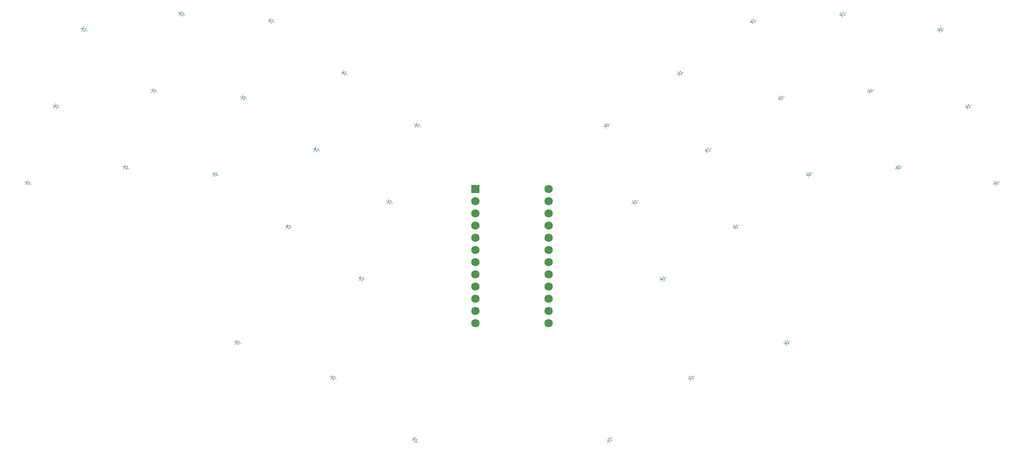
<source format=gbr>
%TF.GenerationSoftware,KiCad,Pcbnew,8.0.1*%
%TF.CreationDate,2024-04-14T13:59:04+09:00*%
%TF.ProjectId,lazyboy36,6c617a79-626f-4793-9336-2e6b69636164,v1.0.0*%
%TF.SameCoordinates,Original*%
%TF.FileFunction,Legend,Bot*%
%TF.FilePolarity,Positive*%
%FSLAX46Y46*%
G04 Gerber Fmt 4.6, Leading zero omitted, Abs format (unit mm)*
G04 Created by KiCad (PCBNEW 8.0.1) date 2024-04-14 13:59:04*
%MOMM*%
%LPD*%
G01*
G04 APERTURE LIST*
%ADD10C,0.100000*%
%ADD11R,1.752600X1.752600*%
%ADD12C,1.752600*%
G04 APERTURE END LIST*
D10*
%TO.C,D2*%
X60148555Y-118300492D02*
X60524432Y-118437300D01*
X60524432Y-118437300D02*
X60336320Y-118954133D01*
X60524432Y-118437300D02*
X60712542Y-117920470D01*
X60524432Y-118437300D02*
X61225055Y-118266635D01*
X60951439Y-119018389D02*
X60524432Y-118437300D01*
X61088250Y-118642511D02*
X61558093Y-118813522D01*
X61225055Y-118266635D02*
X60951439Y-119018389D01*
%TO.C,D19*%
X255747711Y-134788302D02*
X256123587Y-134651493D01*
X256123587Y-134651493D02*
X255935478Y-134134666D01*
X256123587Y-134651493D02*
X256311698Y-135168324D01*
X256123587Y-134651493D02*
X256550596Y-134070405D01*
X256550596Y-134070405D02*
X256824211Y-134822158D01*
X256687403Y-134446280D02*
X257157249Y-134275272D01*
X256824211Y-134822158D02*
X256123587Y-134651493D01*
%TO.C,D35*%
X192322660Y-175408173D02*
X192685177Y-175239124D01*
X192685177Y-175239124D02*
X192452745Y-174740656D01*
X192685177Y-175239124D02*
X192917623Y-175737593D01*
X192685177Y-175239124D02*
X193059921Y-174623030D01*
X193059921Y-174623030D02*
X193398015Y-175348077D01*
X193228969Y-174985551D02*
X193682122Y-174774243D01*
X193398015Y-175348077D02*
X192685177Y-175239124D01*
%TO.C,D3*%
X65962892Y-102325728D02*
X66338769Y-102462536D01*
X66338769Y-102462536D02*
X66150657Y-102979369D01*
X66338769Y-102462536D02*
X66526879Y-101945706D01*
X66338769Y-102462536D02*
X67039392Y-102291871D01*
X66765776Y-103043625D02*
X66338769Y-102462536D01*
X66902587Y-102667747D02*
X67372430Y-102838758D01*
X67039392Y-102291871D02*
X66765776Y-103043625D01*
%TO.C,D36*%
X175459646Y-188596627D02*
X175742490Y-188313781D01*
X175742490Y-188313781D02*
X175353580Y-187924875D01*
X175742490Y-188313781D02*
X175883909Y-187606678D01*
X175742490Y-188313781D02*
X176131397Y-188702692D01*
X175883909Y-187606678D02*
X176449596Y-188172362D01*
X176166755Y-187889521D02*
X176520304Y-187535967D01*
X176449596Y-188172362D02*
X175742490Y-188313781D01*
%TO.C,D20*%
X249933377Y-118813532D02*
X250309253Y-118676723D01*
X250309253Y-118676723D02*
X250121144Y-118159896D01*
X250309253Y-118676723D02*
X250497364Y-119193554D01*
X250309253Y-118676723D02*
X250736262Y-118095635D01*
X250736262Y-118095635D02*
X251009877Y-118847388D01*
X250873069Y-118471510D02*
X251342915Y-118300502D01*
X251009877Y-118847388D02*
X250309253Y-118676723D01*
%TO.C,D32*%
X180565400Y-138740531D02*
X180941276Y-138603722D01*
X180941276Y-138603722D02*
X180753167Y-138086895D01*
X180941276Y-138603722D02*
X181129387Y-139120553D01*
X180941276Y-138603722D02*
X181368285Y-138022634D01*
X181368285Y-138022634D02*
X181641900Y-138774387D01*
X181505092Y-138398509D02*
X181974938Y-138227501D01*
X181641900Y-138774387D02*
X180941276Y-138603722D01*
%TO.C,D31*%
X186379756Y-154715293D02*
X186755632Y-154578484D01*
X186755632Y-154578484D02*
X186567523Y-154061657D01*
X186755632Y-154578484D02*
X186943743Y-155095315D01*
X186755632Y-154578484D02*
X187182641Y-153997396D01*
X187182641Y-153997396D02*
X187456256Y-154749149D01*
X187319448Y-154373271D02*
X187789294Y-154202263D01*
X187456256Y-154749149D02*
X186755632Y-154578484D01*
%TO.C,D22*%
X235413048Y-131547740D02*
X235788924Y-131410931D01*
X235788924Y-131410931D02*
X235600815Y-130894104D01*
X235788924Y-131410931D02*
X235977035Y-131927762D01*
X235788924Y-131410931D02*
X236215933Y-130829843D01*
X236215933Y-130829843D02*
X236489548Y-131581596D01*
X236352740Y-131205718D02*
X236822586Y-131034710D01*
X236489548Y-131581596D02*
X235788924Y-131410931D01*
%TO.C,D4*%
X74668876Y-131034707D02*
X75044753Y-131171515D01*
X75044753Y-131171515D02*
X74856641Y-131688348D01*
X75044753Y-131171515D02*
X75232863Y-130654685D01*
X75044753Y-131171515D02*
X75745376Y-131000850D01*
X75471760Y-131752604D02*
X75044753Y-131171515D01*
X75608571Y-131376726D02*
X76078414Y-131547737D01*
X75745376Y-131000850D02*
X75471760Y-131752604D01*
%TO.C,D28*%
X201584115Y-143860479D02*
X201959991Y-143723670D01*
X201959991Y-143723670D02*
X201771882Y-143206843D01*
X201959991Y-143723670D02*
X202148102Y-144240501D01*
X201959991Y-143723670D02*
X202387000Y-143142582D01*
X202387000Y-143142582D02*
X202660615Y-143894335D01*
X202523807Y-143518457D02*
X202993653Y-143347449D01*
X202660615Y-143894335D02*
X201959991Y-143723670D01*
%TO.C,D9*%
X104922134Y-100543065D02*
X105298011Y-100679873D01*
X105298011Y-100679873D02*
X105109899Y-101196706D01*
X105298011Y-100679873D02*
X105486121Y-100163043D01*
X105298011Y-100679873D02*
X105998634Y-100509208D01*
X105725018Y-101260962D02*
X105298011Y-100679873D01*
X105861829Y-100885084D02*
X106331672Y-101056095D01*
X105998634Y-100509208D02*
X105725018Y-101260962D01*
%TO.C,D18*%
X134971164Y-187535965D02*
X135254010Y-187818809D01*
X135254010Y-187818809D02*
X134865099Y-188207716D01*
X135254010Y-187818809D02*
X135642916Y-187429899D01*
X135254010Y-187818809D02*
X135961113Y-187960228D01*
X135395429Y-188525915D02*
X135254010Y-187818809D01*
X135678270Y-188243074D02*
X136031824Y-188596623D01*
X135961113Y-187960228D02*
X135395429Y-188525915D01*
%TO.C,D8*%
X99107782Y-116517836D02*
X99483659Y-116654644D01*
X99483659Y-116654644D02*
X99295547Y-117171477D01*
X99483659Y-116654644D02*
X99671769Y-116137814D01*
X99483659Y-116654644D02*
X100184282Y-116483979D01*
X99910666Y-117235733D02*
X99483659Y-116654644D01*
X100047477Y-116859855D02*
X100517320Y-117030866D01*
X100184282Y-116483979D02*
X99910666Y-117235733D01*
%TO.C,D27*%
X205159804Y-101056100D02*
X205535680Y-100919291D01*
X205535680Y-100919291D02*
X205347571Y-100402464D01*
X205535680Y-100919291D02*
X205723791Y-101436122D01*
X205535680Y-100919291D02*
X205962689Y-100338203D01*
X205962689Y-100338203D02*
X206236304Y-101089956D01*
X206099496Y-100714078D02*
X206569342Y-100543070D01*
X206236304Y-101089956D02*
X205535680Y-100919291D01*
%TO.C,D29*%
X195769771Y-127885706D02*
X196145647Y-127748897D01*
X196145647Y-127748897D02*
X195957538Y-127232070D01*
X196145647Y-127748897D02*
X196333758Y-128265728D01*
X196145647Y-127748897D02*
X196572656Y-127167809D01*
X196572656Y-127167809D02*
X196846271Y-127919562D01*
X196709463Y-127543684D02*
X197179309Y-127372676D01*
X196846271Y-127919562D02*
X196145647Y-127748897D01*
%TO.C,D24*%
X223784357Y-99598209D02*
X224160233Y-99461400D01*
X224160233Y-99461400D02*
X223972124Y-98944573D01*
X224160233Y-99461400D02*
X224348344Y-99978231D01*
X224160233Y-99461400D02*
X224587242Y-98880312D01*
X224587242Y-98880312D02*
X224860857Y-99632065D01*
X224724049Y-99256187D02*
X225193895Y-99085179D01*
X224860857Y-99632065D02*
X224160233Y-99461400D01*
%TO.C,D14*%
X129516520Y-138227493D02*
X129892397Y-138364301D01*
X129892397Y-138364301D02*
X129704285Y-138881134D01*
X129892397Y-138364301D02*
X130080507Y-137847471D01*
X129892397Y-138364301D02*
X130593020Y-138193636D01*
X130319404Y-138945390D02*
X129892397Y-138364301D01*
X130456215Y-138569512D02*
X130926058Y-138740523D01*
X130593020Y-138193636D02*
X130319404Y-138945390D01*
%TO.C,D17*%
X117809344Y-174774248D02*
X118171870Y-174943294D01*
X118171870Y-174943294D02*
X117939430Y-175441762D01*
X118171870Y-174943294D02*
X118404307Y-174444827D01*
X118171870Y-174943294D02*
X118884699Y-174834343D01*
X118546605Y-175559390D02*
X118171870Y-174943294D01*
X118715654Y-175196867D02*
X119168806Y-175408176D01*
X118884699Y-174834343D02*
X118546605Y-175559390D01*
%TO.C,D13*%
X123702178Y-154202268D02*
X124078055Y-154339076D01*
X124078055Y-154339076D02*
X123889943Y-154855909D01*
X124078055Y-154339076D02*
X124266165Y-153822246D01*
X124078055Y-154339076D02*
X124778678Y-154168411D01*
X124505062Y-154920165D02*
X124078055Y-154339076D01*
X124641873Y-154544287D02*
X125111716Y-154715298D01*
X124778678Y-154168411D02*
X124505062Y-154920165D01*
%TO.C,D16*%
X97850906Y-167569313D02*
X98237277Y-167672842D01*
X98237277Y-167672842D02*
X98094927Y-168204101D01*
X98237277Y-167672842D02*
X98379623Y-167141584D01*
X98237277Y-167672842D02*
X98920360Y-167441762D01*
X98713305Y-168214502D02*
X98237277Y-167672842D01*
X98816835Y-167828131D02*
X99299796Y-167957543D01*
X98920360Y-167441762D02*
X98713305Y-168214502D01*
%TO.C,D11*%
X114312149Y-127372657D02*
X114688026Y-127509465D01*
X114688026Y-127509465D02*
X114499914Y-128026298D01*
X114688026Y-127509465D02*
X114876136Y-126992635D01*
X114688026Y-127509465D02*
X115388649Y-127338800D01*
X115115033Y-128090554D02*
X114688026Y-127509465D01*
X115251844Y-127714676D02*
X115721687Y-127885687D01*
X115388649Y-127338800D02*
X115115033Y-128090554D01*
%TO.C,D1*%
X54334208Y-134275277D02*
X54710085Y-134412085D01*
X54710085Y-134412085D02*
X54521973Y-134928918D01*
X54710085Y-134412085D02*
X54898195Y-133895255D01*
X54710085Y-134412085D02*
X55410708Y-134241420D01*
X55137092Y-134993174D02*
X54710085Y-134412085D01*
X55273903Y-134617296D02*
X55743746Y-134788307D01*
X55410708Y-134241420D02*
X55137092Y-134993174D01*
%TO.C,D23*%
X229598706Y-115572962D02*
X229974582Y-115436153D01*
X229974582Y-115436153D02*
X229786473Y-114919326D01*
X229974582Y-115436153D02*
X230162693Y-115952984D01*
X229974582Y-115436153D02*
X230401591Y-114855065D01*
X230401591Y-114855065D02*
X230675206Y-115606818D01*
X230538398Y-115230940D02*
X231008244Y-115059932D01*
X230675206Y-115606818D02*
X229974582Y-115436153D01*
%TO.C,D30*%
X189955428Y-111910913D02*
X190331304Y-111774104D01*
X190331304Y-111774104D02*
X190143195Y-111257277D01*
X190331304Y-111774104D02*
X190519415Y-112290935D01*
X190331304Y-111774104D02*
X190758313Y-111193016D01*
X190758313Y-111193016D02*
X191031928Y-111944769D01*
X190895120Y-111568891D02*
X191364966Y-111397883D01*
X191031928Y-111944769D02*
X190331304Y-111774104D01*
%TO.C,D21*%
X244119032Y-102838747D02*
X244494908Y-102701938D01*
X244494908Y-102701938D02*
X244306799Y-102185111D01*
X244494908Y-102701938D02*
X244683019Y-103218769D01*
X244494908Y-102701938D02*
X244921917Y-102120850D01*
X244921917Y-102120850D02*
X245195532Y-102872603D01*
X245058724Y-102496725D02*
X245528570Y-102325717D01*
X245195532Y-102872603D02*
X244494908Y-102701938D01*
%TO.C,D12*%
X120126484Y-111397891D02*
X120502361Y-111534699D01*
X120502361Y-111534699D02*
X120314249Y-112051532D01*
X120502361Y-111534699D02*
X120690471Y-111017869D01*
X120502361Y-111534699D02*
X121202984Y-111364034D01*
X120929368Y-112115788D02*
X120502361Y-111534699D01*
X121066179Y-111739910D02*
X121536022Y-111910921D01*
X121202984Y-111364034D02*
X120929368Y-112115788D01*
%TO.C,D7*%
X93293441Y-132492604D02*
X93669318Y-132629412D01*
X93669318Y-132629412D02*
X93481206Y-133146245D01*
X93669318Y-132629412D02*
X93857428Y-132112582D01*
X93669318Y-132629412D02*
X94369941Y-132458747D01*
X94096325Y-133210501D02*
X93669318Y-132629412D01*
X94233136Y-132834623D02*
X94702979Y-133005634D01*
X94369941Y-132458747D02*
X94096325Y-133210501D01*
%TO.C,D33*%
X174751064Y-122765736D02*
X175126940Y-122628927D01*
X175126940Y-122628927D02*
X174938831Y-122112100D01*
X175126940Y-122628927D02*
X175315051Y-123145758D01*
X175126940Y-122628927D02*
X175553949Y-122047839D01*
X175553949Y-122047839D02*
X175827564Y-122799592D01*
X175690756Y-122423714D02*
X176160602Y-122252706D01*
X175827564Y-122799592D02*
X175126940Y-122628927D01*
%TO.C,D25*%
X216788483Y-133005642D02*
X217164359Y-132868833D01*
X217164359Y-132868833D02*
X216976250Y-132352006D01*
X217164359Y-132868833D02*
X217352470Y-133385664D01*
X217164359Y-132868833D02*
X217591368Y-132287745D01*
X217591368Y-132287745D02*
X217864983Y-133039498D01*
X217728175Y-132663620D02*
X218198021Y-132492612D01*
X217864983Y-133039498D02*
X217164359Y-132868833D01*
%TO.C,D10*%
X108497803Y-143347443D02*
X108873680Y-143484251D01*
X108873680Y-143484251D02*
X108685568Y-144001084D01*
X108873680Y-143484251D02*
X109061790Y-142967421D01*
X108873680Y-143484251D02*
X109574303Y-143313586D01*
X109300687Y-144065340D02*
X108873680Y-143484251D01*
X109437498Y-143689462D02*
X109907341Y-143860473D01*
X109574303Y-143313586D02*
X109300687Y-144065340D01*
%TO.C,D5*%
X80483212Y-115059939D02*
X80859089Y-115196747D01*
X80859089Y-115196747D02*
X80670977Y-115713580D01*
X80859089Y-115196747D02*
X81047199Y-114679917D01*
X80859089Y-115196747D02*
X81559712Y-115026082D01*
X81286096Y-115777836D02*
X80859089Y-115196747D01*
X81422907Y-115401958D02*
X81892750Y-115572969D01*
X81559712Y-115026082D02*
X81286096Y-115777836D01*
%TO.C,D15*%
X135330859Y-122252717D02*
X135706736Y-122389525D01*
X135706736Y-122389525D02*
X135518624Y-122906358D01*
X135706736Y-122389525D02*
X135894846Y-121872695D01*
X135706736Y-122389525D02*
X136407359Y-122218860D01*
X136133743Y-122970614D02*
X135706736Y-122389525D01*
X136270554Y-122594736D02*
X136740397Y-122765747D01*
X136407359Y-122218860D02*
X136133743Y-122970614D01*
%TO.C,D6*%
X86297564Y-99085174D02*
X86673441Y-99221982D01*
X86673441Y-99221982D02*
X86485329Y-99738815D01*
X86673441Y-99221982D02*
X86861551Y-98705152D01*
X86673441Y-99221982D02*
X87374064Y-99051317D01*
X87100448Y-99803071D02*
X86673441Y-99221982D01*
X87237259Y-99427193D02*
X87707102Y-99598204D01*
X87374064Y-99051317D02*
X87100448Y-99803071D01*
%TO.C,D26*%
X210974133Y-117030864D02*
X211350009Y-116894055D01*
X211350009Y-116894055D02*
X211161900Y-116377228D01*
X211350009Y-116894055D02*
X211538120Y-117410886D01*
X211350009Y-116894055D02*
X211777018Y-116312967D01*
X211777018Y-116312967D02*
X212050633Y-117064720D01*
X211913825Y-116688842D02*
X212383671Y-116517834D01*
X212050633Y-117064720D02*
X211350009Y-116894055D01*
%TO.C,D34*%
X212191678Y-167957529D02*
X212578048Y-167854001D01*
X212578048Y-167854001D02*
X212435698Y-167322744D01*
X212578048Y-167854001D02*
X212720399Y-168385259D01*
X212578048Y-167854001D02*
X213054077Y-167312339D01*
X213054077Y-167312339D02*
X213261135Y-168085081D01*
X213157606Y-167698709D02*
X213640568Y-167569299D01*
X213261135Y-168085081D02*
X212578048Y-167854001D01*
%TD*%
D11*
%TO.C,MCU1*%
X148125722Y-135790344D03*
D12*
X148125725Y-138330340D03*
X148125723Y-140870338D03*
X148125725Y-143410340D03*
X148125723Y-145950339D03*
X148125723Y-148490340D03*
X148125724Y-151030340D03*
X148125723Y-153570339D03*
X148125727Y-156110339D03*
X148125723Y-158650342D03*
X148125720Y-161190342D03*
X148125724Y-163730340D03*
X163365722Y-135790340D03*
X163365726Y-138330338D03*
X163365723Y-140870338D03*
X163365719Y-143410341D03*
X163365723Y-145950341D03*
X163365722Y-148490340D03*
X163365723Y-151030340D03*
X163365723Y-153570341D03*
X163365721Y-156110340D03*
X163365723Y-158650342D03*
X163365721Y-161190340D03*
X163365724Y-163730336D03*
%TD*%
M02*

</source>
